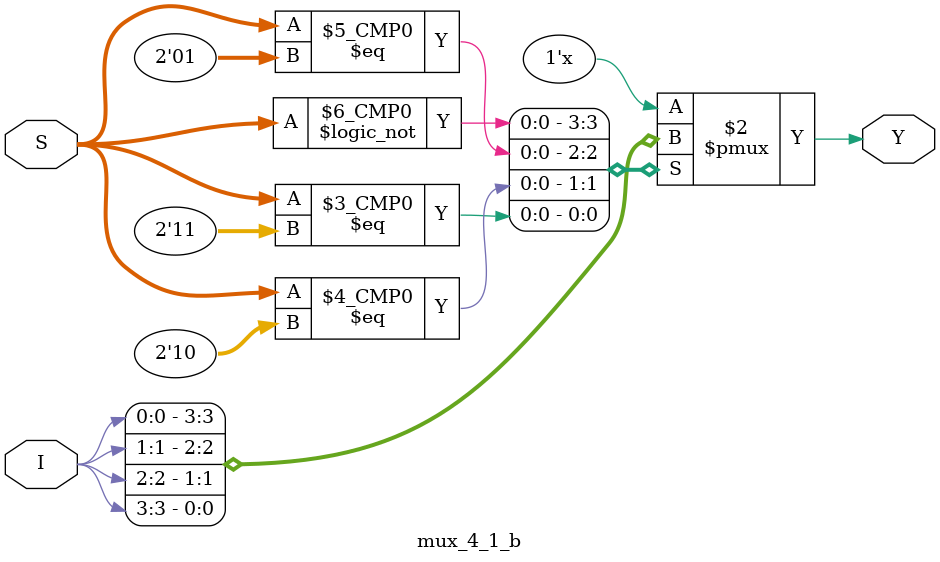
<source format=v>
module mux_4_1_b(Y,I,S);

input [3:0]I;
input [1:0]S;
output reg Y;

always@(*)
    case(S)
        2'd0: Y=I[0];
        2'd1: Y=I[1];
        2'd2: Y=I[2];
        2'd3: Y=I[3];
        default: $display("error");
    endcase

endmodule    

</source>
